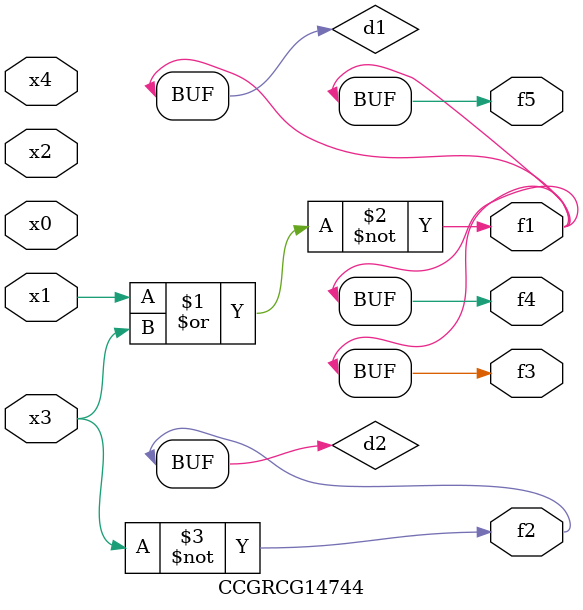
<source format=v>
module CCGRCG14744(
	input x0, x1, x2, x3, x4,
	output f1, f2, f3, f4, f5
);

	wire d1, d2;

	nor (d1, x1, x3);
	not (d2, x3);
	assign f1 = d1;
	assign f2 = d2;
	assign f3 = d1;
	assign f4 = d1;
	assign f5 = d1;
endmodule

</source>
